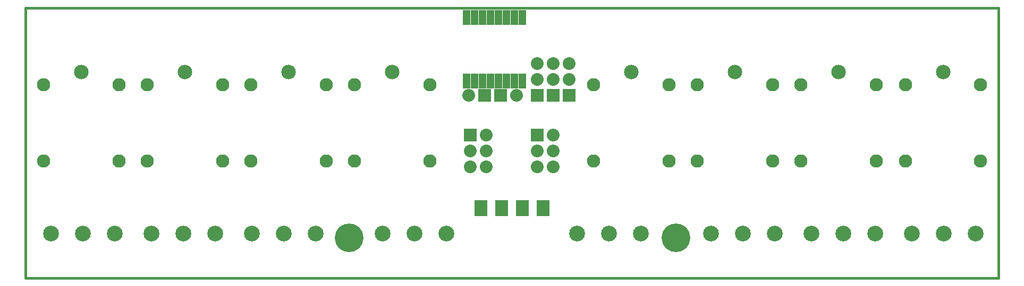
<source format=gbs>
G04 (created by PCBNEW-RS274X (2012-01-19 BZR 3256)-stable) date 15/05/2012 08:43:50*
G01*
G70*
G90*
%MOIN*%
G04 Gerber Fmt 3.4, Leading zero omitted, Abs format*
%FSLAX34Y34*%
G04 APERTURE LIST*
%ADD10C,0.006000*%
%ADD11C,0.015000*%
%ADD12C,0.098700*%
%ADD13R,0.080000X0.080000*%
%ADD14C,0.080000*%
%ADD15C,0.090900*%
%ADD16C,0.083000*%
%ADD17R,0.045000X0.095000*%
%ADD18R,0.080000X0.100000*%
%ADD19C,0.180000*%
G04 APERTURE END LIST*
G54D10*
G54D11*
X12980Y-08873D02*
X12980Y-08773D01*
X74005Y-08898D02*
X74005Y-08773D01*
X12980Y-08844D02*
X12980Y-25773D01*
X12980Y-25773D02*
X74003Y-25773D01*
X74004Y-08769D02*
X12980Y-08769D01*
X74004Y-25773D02*
X74004Y-08844D01*
G54D12*
X14580Y-22973D03*
X16580Y-22973D03*
X18580Y-22973D03*
X20880Y-22973D03*
X22880Y-22973D03*
X24880Y-22973D03*
X27180Y-22973D03*
X29180Y-22973D03*
X31180Y-22973D03*
X35380Y-22973D03*
X37380Y-22973D03*
X39380Y-22973D03*
X47580Y-22973D03*
X49580Y-22973D03*
X51580Y-22973D03*
X55980Y-22973D03*
X57980Y-22973D03*
X59980Y-22973D03*
X62280Y-22973D03*
X64280Y-22973D03*
X66280Y-22973D03*
X68580Y-22973D03*
X70580Y-22973D03*
X72580Y-22973D03*
G54D13*
X45080Y-16773D03*
G54D14*
X46080Y-16773D03*
X45080Y-17773D03*
X46080Y-17773D03*
X45080Y-18773D03*
X46080Y-18773D03*
G54D13*
X40880Y-16773D03*
G54D14*
X41880Y-16773D03*
X40880Y-17773D03*
X41880Y-17773D03*
X40880Y-18773D03*
X41880Y-18773D03*
G54D15*
X16480Y-12827D03*
G54D16*
X14118Y-13614D03*
X18842Y-13614D03*
X14118Y-18417D03*
X18842Y-18417D03*
G54D15*
X22980Y-12827D03*
G54D16*
X20618Y-13614D03*
X25342Y-13614D03*
X20618Y-18417D03*
X25342Y-18417D03*
G54D15*
X29480Y-12827D03*
G54D16*
X27118Y-13614D03*
X31842Y-13614D03*
X27118Y-18417D03*
X31842Y-18417D03*
G54D15*
X35980Y-12827D03*
G54D16*
X33618Y-13614D03*
X38342Y-13614D03*
X33618Y-18417D03*
X38342Y-18417D03*
G54D15*
X50980Y-12827D03*
G54D16*
X48618Y-13614D03*
X53342Y-13614D03*
X48618Y-18417D03*
X53342Y-18417D03*
G54D15*
X57480Y-12827D03*
G54D16*
X55118Y-13614D03*
X59842Y-13614D03*
X55118Y-18417D03*
X59842Y-18417D03*
G54D15*
X63980Y-12827D03*
G54D16*
X61618Y-13614D03*
X66342Y-13614D03*
X61618Y-18417D03*
X66342Y-18417D03*
G54D15*
X70530Y-12827D03*
G54D16*
X68168Y-13614D03*
X72892Y-13614D03*
X68168Y-18417D03*
X72892Y-18417D03*
G54D13*
X45080Y-14273D03*
G54D14*
X45080Y-13273D03*
X45080Y-12273D03*
G54D13*
X46080Y-14273D03*
G54D14*
X46080Y-13273D03*
X46080Y-12273D03*
G54D13*
X47080Y-14273D03*
G54D14*
X47080Y-13273D03*
X47080Y-12273D03*
G54D17*
X44130Y-13373D03*
X43630Y-13373D03*
X43130Y-13373D03*
X42630Y-13373D03*
X42130Y-13373D03*
X41630Y-13373D03*
X41130Y-13373D03*
X40630Y-13373D03*
X40630Y-09373D03*
X41130Y-09373D03*
X41630Y-09373D03*
X42130Y-09373D03*
X42630Y-09373D03*
X43130Y-09373D03*
X43630Y-09373D03*
X44130Y-09373D03*
G54D13*
X41780Y-14273D03*
G54D14*
X40780Y-14273D03*
G54D18*
X41530Y-21373D03*
X42830Y-21373D03*
X45430Y-21373D03*
X44130Y-21373D03*
G54D13*
X42780Y-14273D03*
G54D14*
X43780Y-14273D03*
G54D19*
X53780Y-23228D03*
X33280Y-23228D03*
M02*

</source>
